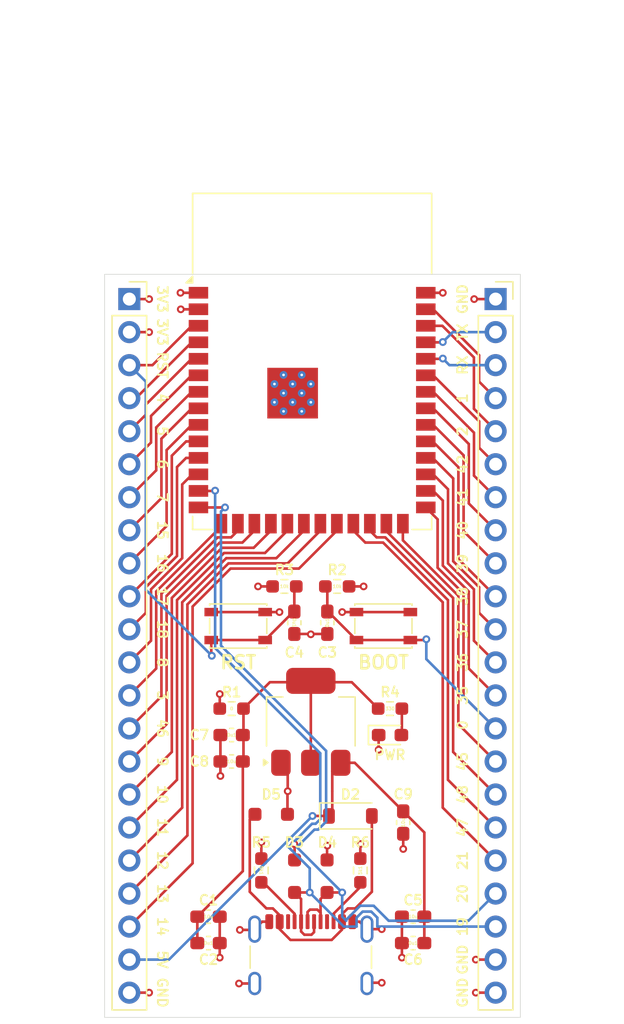
<source format=kicad_pcb>
(kicad_pcb (version 20240108) (generator "pcbnew") (generator_version "8.0")
  (layers (0 "F.Cu" signal) (1 "In1.Cu" power "GND") (2 "In2.Cu" power "PWR") (31 "B.Cu" signal) (34 "B.Paste" user) (35 "F.Paste" user) (36 "B.SilkS" user "B.Silkscreen") (37 "F.SilkS" user "F.Silkscreen") (38 "B.Mask" user) (39 "F.Mask" user) (44 "Edge.Cuts" user))
  (net 0 "")
  (net 1 "GND")
  (net 2 "VCC_3.3V")
  (net 3 "GPIO_0")
  (net 4 "CHIP_PU")
  (net 5 "VCC_5V")
  (net 6 "Net-(D1-A)")
  (net 7 "VBUS")
  (net 8 "Net-(J1-CC1)")
  (net 9 "Net-(J1-CC2)")
  (net 10 "GPIO_8")
  (net 11 "GPIO_46")
  (net 12 "GPIO_9")
  (net 13 "GPIO_16")
  (net 14 "GPIO_17")
  (net 15 "GPIO_18")
  (net 16 "GPIO_15")
  (net 17 "GPIO_10")
  (net 18 "GPIO_11")
  (net 19 "GPIO_3")
  (net 20 "GPIO_4")
  (net 21 "GPIO_7")
  (net 22 "GPIO_6")
  (net 23 "ESP_3.3V")
  (net 24 "GPIO_13")
  (net 25 "GPIO_12")
  (net 26 "GPIO_14")
  (net 27 "GPIO_5")
  (net 28 "GPIO_42")
  (net 29 "GPIO_41")
  (net 30 "GPIO_36")
  (net 31 "UART0_RX")
  (net 32 "GPIO_45")
  (net 33 "GPIO_40")
  (net 34 "GPIO_48")
  (net 35 "GPIO_35")
  (net 36 "GPIO_1")
  (net 37 "GPIO_37")
  (net 38 "GPIO_38")
  (net 39 "UART0_TX")
  (net 40 "GPIO_39")
  (net 41 "GPIO_2")
  (net 42 "GPIO_21")
  (net 43 "GPIO_47")
  (net 44 "D-")
  (net 45 "D+")
  (footprint "Resistor_SMD:R_0603_1608Metric_Pad0.98x0.95mm_HandSolder" (layer "F.Cu") (at 188.468 76.962)
    (property "Reference" "R3")
    (property "Value" "10k" (hide yes))
  )
  (footprint "Button_Switch_SMD:SW_SPST_PTS810" (layer "F.Cu") (at 184.912 80.01)
    (property "Reference" "SW2" (hide yes))
    (property "Value" "SW_Push" (hide yes))
  )
  (footprint "Button_Switch_SMD:SW_SPST_PTS810" (layer "F.Cu") (at 196.088 80.01)
    (property "Reference" "SW1" (hide yes))
    (property "Value" "SW_Push" (hide yes))
  )
  (footprint "Package_TO_SOT_SMD:SOT-223-3_TabPin2" (layer "F.Cu") (at 190.5 87.376 90)
    (property "Reference" "U2" (hide yes))
    (property "Value" "AMS1117-3.3")
  )
  (footprint "Capacitor_SMD:C_0603_1608Metric_Pad1.08x0.95mm_HandSolder" (layer "F.Cu") (at 184.404 90.424 180)
    (property "Reference" "C8")
    (property "Value" "10u" (hide yes))
  )
  (footprint "Resistor_SMD:R_0603_1608Metric_Pad0.98x0.95mm_HandSolder" (layer "F.Cu") (at 194.31 98.806 90)
    (property "Reference" "R6")
    (property "Value" "5.1k" (hide yes))
  )
  (footprint "Capacitor_SMD:C_0603_1608Metric_Pad1.08x0.95mm_HandSolder" (layer "F.Cu") (at 184.404 88.392 180)
    (property "Reference" "C7")
    (property "Value" "0.1u" (hide yes))
  )
  (footprint "RF_Module:ESP32-S3-WROOM-1" (layer "F.Cu") (at 190.6 59.636)
    (property "Reference" "U1" (hide yes))
    (property "Value" "ESP32-S3-WROOM-1")
  )
  (footprint "Resistor_SMD:R_0603_1608Metric_Pad0.98x0.95mm_HandSolder" (layer "F.Cu") (at 196.596 86.36)
    (property "Reference" "R4")
    (property "Value" "330" (hide yes))
  )
  (footprint "Capacitor_SMD:C_0603_1608Metric_Pad1.08x0.95mm_HandSolder" (layer "F.Cu") (at 182.626 102.362)
    (property "Reference" "C1")
    (property "Value" "10u" (hide yes))
  )
  (footprint "Connector_PinSocket_2.54mm:PinSocket_1x22_P2.54mm_Vertical" (layer "F.Cu") (at 176.53 54.864)
    (property "Reference" "J2" (hide yes))
    (property "Value" "Conn_01x22_Socket" (hide yes))
  )
  (footprint "Capacitor_SMD:C_0603_1608Metric_Pad1.08x0.95mm_HandSolder" (layer "F.Cu") (at 198.374 104.394 180)
    (property "Reference" "C6")
    (property "Value" "0.1u" (hide yes))
  )
  (footprint "Capacitor_SMD:C_0603_1608Metric_Pad1.08x0.95mm_HandSolder" (layer "F.Cu") (at 191.77 79.756 -90)
    (property "Reference" "C3")
    (property "Value" "0.1u" (hide yes))
  )
  (footprint "Resistor_SMD:R_0603_1608Metric_Pad0.98x0.95mm_HandSolder" (layer "F.Cu") (at 192.532 76.962 180)
    (property "Reference" "R2")
    (property "Value" "10k" (hide yes))
  )
  (footprint "Resistor_SMD:R_0603_1608Metric_Pad0.98x0.95mm_HandSolder" (layer "F.Cu") (at 186.69 98.806 -90)
    (property "Reference" "R5")
    (property "Value" "5.1k" (hide yes))
  )
  (footprint "Connector_PinSocket_2.54mm:PinSocket_1x22_P2.54mm_Vertical" (layer "F.Cu") (at 204.724 54.864)
    (property "Reference" "J3" (hide yes))
    (property "Value" "Conn_01x22_Socket" (hide yes))
  )
  (footprint "Capacitor_SMD:C_0603_1608Metric_Pad1.08x0.95mm_HandSolder" (layer "F.Cu") (at 198.374 102.362 180)
    (property "Reference" "C5")
    (property "Value" "10u" (hide yes))
  )
  (footprint "Capacitor_SMD:C_0603_1608Metric_Pad1.08x0.95mm_HandSolder" (layer "F.Cu") (at 182.626 104.394)
    (property "Reference" "C2")
    (property "Value" "0.1u" (hide yes))
  )
  (footprint "Connector_USB:USB_C_Receptacle_GCT_USB4105-xx-A_16P_TopMnt_Horizontal" (layer "F.Cu") (at 190.5 106.426)
    (property "Reference" "J1" (hide yes))
    (property "Value" "USB_C_Receptacle_USB2.0_14P" (hide yes))
  )
  (footprint "Capacitor_SMD:C_0603_1608Metric_Pad1.08x0.95mm_HandSolder" (layer "F.Cu") (at 197.612 95.123 -90)
    (property "Reference" "C9")
    (property "Value" "10u" (hide yes))
  )
  (footprint "Capacitor_SMD:C_0603_1608Metric_Pad1.08x0.95mm_HandSolder" (layer "F.Cu") (at 189.23 79.756 -90)
    (property "Reference" "C4")
    (property "Value" "0.1u" (hide yes))
  )
  (footprint "Diode_SMD:D_SOD-323_HandSoldering" (layer "F.Cu") (at 187.452 94.488 180)
    (property "Reference" "D5")
    (property "Value" "SD05_SOD323" (hide yes))
  )
  (footprint "Diode_SMD:D_SOD-323_HandSoldering" (layer "F.Cu") (at 191.75 99.25 90)
    (property "Reference" "D4")
    (property "Value" "SD05_SOD323" (hide yes))
  )
  (footprint "LED_SMD:LED_0603_1608Metric_Pad1.05x0.95mm_HandSolder" (layer "F.Cu") (at 196.596 88.392)
    (property "Reference" "D1" (hide yes))
    (property "Value" "LED" (hide yes))
  )
  (footprint "Resistor_SMD:R_0603_1608Metric_Pad0.98x0.95mm_HandSolder" (layer "F.Cu") (at 184.404 86.36 180)
    (property "Reference" "R1")
    (property "Value" "0" (hide yes))
  )
  (footprint "Diode_SMD:D_SOD-323_HandSoldering" (layer "F.Cu") (at 189.25 99.25 -90)
    (property "Reference" "D3")
    (property "Value" "SD05_SOD323" (hide yes))
  )
  (footprint "Diode_SMD:D_SOD-123" (layer "F.Cu") (at 193.548 94.615)
    (property "Reference" "D2")
    (property "Value" "1N5819" (hide yes))
  )
  (gr_rect (start 174.625 52.959) (end 206.629 110.109) (stroke (width 0.05)) (fill none) (layer "Edge.Cuts"))
  (gr_text "PWR" (at 196.596 89.916 0) (layer "F.SilkS") (effects (font (size 0.75 0.75) (thickness 0.15) (bold yes))))
  (gr_text "GND" (at 179.07 108.204 270) (layer "F.SilkS") (effects (font (size 0.75 0.75))))
  (gr_text "4" (at 179.07 62.484 270) (layer "F.SilkS") (effects (font (size 0.75 0.75))))
  (gr_text "40" (at 202.184 72.644 90) (layer "F.SilkS") (effects (font (size 0.75 0.75))))
  (gr_text "11" (at 179.07 95.504 270) (layer "F.SilkS") (effects (font (size 0.75 0.75))))
  (gr_text "42" (at 202.184 67.564 90) (layer "F.SilkS") (effects (font (size 0.75 0.75))))
  (gr_text "RX" (at 202.184 59.944 90) (layer "F.SilkS") (effects (font (size 0.75 0.75))))
  (gr_text "47" (at 202.184 95.504 90) (layer "F.SilkS") (effects (font (size 0.75 0.75))))
  (gr_text "BOOT" (at 196.088 82.804 0) (layer "F.SilkS") (effects (font (size 1 1) (thickness 0.2) (bold yes))))
  (gr_text "RST" (at 184.912 82.804 0) (layer "F.SilkS") (effects (font (size 1 1) (thickness 0.2) (bold yes))))
  (gr_text "3V3" (at 179.07 54.864 270) (layer "F.SilkS") (effects (font (size 0.75 0.75))))
  (gr_text "38" (at 202.184 77.724 90) (layer "F.SilkS") (effects (font (size 0.75 0.75))))
  (gr_text "10" (at 179.07 92.964 270) (layer "F.SilkS") (effects (font (size 0.75 0.75))))
  (gr_text "5V" (at 179.07 105.664 270) (layer "F.SilkS") (effects (font (size 0.75 0.75))))
  (gr_text "0" (at 202.184 87.63 90) (layer "F.SilkS") (effects (font (size 0.75 0.75))))
  (gr_text "GND" (at 202.184 105.664 90) (layer "F.SilkS") (effects (font (size 0.75 0.75))))
  (gr_text "9" (at 179.07 90.424 270) (layer "F.SilkS") (effects (font (size 0.75 0.75))))
  (gr_text "1" (at 202.184 62.484 90) (layer "F.SilkS") (effects (font (size 0.75 0.75))))
  (gr_text "17" (at 179.07 77.724 270) (layer "F.SilkS") (effects (font (size 0.75 0.75))))
  (gr_text "37" (at 202.184 80.264 90) (layer "F.SilkS") (effects (font (size 0.75 0.75))))
  (gr_text "8" (at 179.07 82.804 270) (layer "F.SilkS") (effects (font (size 0.75 0.75))))
  (gr_text "20" (at 202.184 100.584 90) (layer "F.SilkS") (effects (font (size 0.75 0.75))))
  (gr_text "GND" (at 202.184 54.864 90) (layer "F.SilkS") (effects (font (size 0.75 0.75))))
  (gr_text "35" (at 202.184 85.344 90) (layer "F.SilkS") (effects (font (size 0.75 0.75))))
  (gr_text "GND" (at 202.184 108.204 90) (layer "F.SilkS") (effects (font (size 0.75 0.75))))
  (gr_text "14" (at 179.07 103.124 270) (layer "F.SilkS") (effects (font (size 0.75 0.75))))
  (gr_text "3V3" (at 179.07 57.404 270) (layer "F.SilkS") (effects (font (size 0.75 0.75))))
  (gr_text "13" (at 179.07 100.584 270) (layer "F.SilkS") (effects (font (size 0.75 0.75))))
  (gr_text "TX" (at 202.184 57.404 90) (layer "F.SilkS") (effects (font (size 0.75 0.75))))
  (gr_text "45" (at 202.184 90.424 90) (layer "F.SilkS") (effects (font (size 0.75 0.75))))
  (gr_text "41" (at 202.184 70.104 90) (layer "F.SilkS") (effects (font (size 0.75 0.75))))
  (gr_text "12" (at 179.07 98.044 270) (layer "F.SilkS") (effects (font (size 0.75 0.75))))
  (gr_text "7" (at 179.07 70.104 270) (layer "F.SilkS") (effects (font (size 0.75 0.75))))
  (gr_text "3" (at 179.07 85.344 270) (layer "F.SilkS") (effects (font (size 0.75 0.75))))
  (gr_text "19" (at 202.184 103.124 90) (layer "F.SilkS") (effects (font (size 0.75 0.75))))
  (gr_text "46" (at 179.07 87.884 270) (layer "F.SilkS") (effects (font (size 0.75 0.75))))
  (gr_text "RST" (at 179.07 59.944 270) (layer "F.SilkS") (effects (font (size 0.75 0.75))))
  (gr_text "18" (at 179.07 80.264 270) (layer "F.SilkS") (effects (font (size 0.75 0.75))))
  (gr_text "48" (at 202.184 92.964 90) (layer "F.SilkS") (effects (font (size 0.75 0.75))))
  (gr_text "36" (at 202.184 82.804 90) (layer "F.SilkS") (effects (font (size 0.75 0.75))))
  (gr_text "2" (at 202.184 65.024 90) (layer "F.SilkS") (effects (font (size 0.75 0.75))))
  (gr_text "6" (at 179.07 67.564 270) (layer "F.SilkS") (effects (font (size 0.75 0.75))))
  (gr_text "5" (at 179.07 65.024 270) (layer "F.SilkS") (effects (font (size 0.75 0.75))))
  (gr_text "21" (at 202.184 98.044 90) (layer "F.SilkS") (effects (font (size 0.75 0.75))))
  (gr_text "39" (at 202.184 75.184 90) (layer "F.SilkS") (effects (font (size 0.75 0.75))))
  (gr_text "16" (at 179.07 75.184 270) (layer "F.SilkS") (effects (font (size 0.75 0.75))))
  (gr_text "15" (at 179.07 72.644 270) (layer "F.SilkS") (effects (font (size 0.75 0.75))))
  (segment (start 204.724 54.864) (end 203.073 54.864) (width 0.2) (layer "F.Cu") (net 1))
  (segment (start 188.702 92.73) (end 188.722 92.71) (width 0.2) (layer "F.Cu") (net 1))
  (segment (start 184.971 107.501) (end 186.18 107.501) (width 0.2) (layer "F.Cu") (net 1))
  (segment (start 204.724 105.664) (end 203.2 105.664) (width 0.2) (layer "F.Cu") (net 1))
  (segment (start 190.5265 80.6185) (end 191.77 80.6185) (width 0.2) (layer "F.Cu") (net 1))
  (segment (start 189.25 98) (end 189.25 96.794) (width 0.2) (layer "F.Cu") (net 1))
  (segment (start 194.013 78.935) (end 198.163 78.935) (width 0.2) (layer "F.Cu") (net 1))
  (segment (start 190.5 80.645) (end 190.5265 80.6185) (width 0.2) (layer "F.Cu") (net 1))
  (segment (start 197.5115 102.362) (end 197.5115 104.394) (width 0.2) (layer "F.Cu") (net 1))
  (segment (start 195.961 107.442) (end 194.879 107.442) (width 0.2) (layer "F.Cu") (net 1))
  (segment (start 183.4885 105.5105) (end 183.4885 104.394) (width 0.2) (layer "F.Cu") (net 1))
  (segment (start 182.837 78.935) (end 186.987 78.935) (width 0.2) (layer "F.Cu") (net 1))
  (segment (start 195.961 103.321) (end 194.82 103.321) (width 0.2) (layer "F.Cu") (net 1))
  (segment (start 188.722 92.71) (end 188.722 91.048) (width 0.2) (layer "F.Cu") (net 1))
  (segment (start 193.7 102.746) (end 194.245 102.746) (width 0.2) (layer "F.Cu") (net 1))
  (segment (start 191.75 96.921) (end 191.77 96.901) (width 0.2) (layer "F.Cu") (net 1))
  (segment (start 183.5415 91.5405) (end 183.5415 90.424) (width 0.2) (layer "F.Cu") (net 1))
  (segment (start 190.5 80.645) (end 190.4735 80.6185) (width 0.2) (layer "F.Cu") (net 1))
  (segment (start 176.53 108.204) (end 178.054 108.204) (width 0.2) (layer "F.Cu") (net 1))
  (segment (start 188.702 94.488) (end 188.702 92.73) (width 0.2) (layer "F.Cu") (net 1))
  (segment (start 189.25 96.794) (end 189.23 96.774) (width 0.2) (layer "F.Cu") (net 1))
  (segment (start 200.66 54.38) (end 199.35 54.38) (width 0.2) (layer "F.Cu") (net 1))
  (segment (start 190.4735 80.6185) (end 189.23 80.6185) (width 0.2) (layer "F.Cu") (net 1))
  (segment (start 187.3 102.746) (end 186.755 102.746) (width 0.2) (layer "F.Cu") (net 1))
  (segment (start 197.5115 105.5105) (end 197.5115 104.394) (width 0.2) (layer "F.Cu") (net 1))
  (segment (start 194.31 97.8935) (end 194.31 96.774) (width 0.2) (layer "F.Cu") (net 1))
  (segment (start 188.087 78.935) (end 186.987 78.935) (width 0.2) (layer "F.Cu") (net 1))
  (segment (start 194.245 102.746) (end 194.82 103.321) (width 0.2) (layer "F.Cu") (net 1))
  (segment (start 189.1 60.68) (end 189.1 62.1) (width 0.2) (layer "F.Cu") (net 1))
  (segment (start 183.4885 102.362) (end 183.4885 104.394) (width 0.2) (layer "F.Cu") (net 1))
  (segment (start 195.721 89.521) (end 195.721 88.392) (width 0.2) (layer "F.Cu") (net 1))
  (segment (start 188.722 91.048) (end 188.2 90.526) (width 0.2) (layer "F.Cu") (net 1))
  (segment (start 180.467 54.38) (end 181.85 54.38) (width 0.2) (layer "F.Cu") (net 1))
  (segment (start 186.123 103.378) (end 186.18 103.321) (width 0.2) (layer "F.Cu") (net 1))
  (segment (start 186.69 97.8935) (end 186.69 96.647) (width 0.2) (layer "F.Cu") (net 1))
  (segment (start 186.755 102.746) (end 186.18 103.321) (width 0.2) (layer "F.Cu") (net 1))
  (segment (start 194.879 107.442) (end 194.82 107.501) (width 0.2) (layer "F.Cu") (net 1))
  (segment (start 197.612 95.9855) (end 197.612 97.155) (width 0.2) (layer "F.Cu") (net 1))
  (segment (start 191.75 98) (end 191.75 96.921) (width 0.2) (layer "F.Cu") (net 1))
  (segment (start 192.913 78.935) (end 194.013 78.935) (width 0.2) (layer "F.Cu") (net 1))
  (segment (start 183.5415 88.392) (end 183.5415 90.424) (width 0.2) (layer "F.Cu") (net 1))
  (segment (start 185.039 103.378) (end 186.123 103.378) (width 0.2) (layer "F.Cu") (net 1))
  (segment (start 204.724 108.204) (end 203.2 108.204) (width 0.2) (layer "F.Cu") (net 1))
  (via blind (at 180.467 54.38) (size 0.6) (drill 0.3) (layers "F.Cu" "In1.Cu") (net 1))
  (via blind (at 195.961 103.321) (size 0.6) (drill 0.3) (layers "F.Cu" "In1.Cu") (net 1))
  (via blind (at 188.722 92.71) (size 0.6) (drill 0.3) (layers "F.Cu" "In1.Cu") (net 1))
  (via blind (at 190.5 80.645) (size 0.6) (drill 0.3) (layers "F.Cu" "In1.Cu") (net 1))
  (via blind (at 197.612 97.155) (size 0.6) (drill 0.3) (layers "F.Cu" "In1.Cu") (net 1))
  (via blind (at 183.4885 105.5105) (size 0.6) (drill 0.3) (layers "F.Cu" "In1.Cu") (net 1))
  (via blind (at 192.913 78.935) (size 0.6) (drill 0.3) (layers "F.Cu" "In1.Cu") (net 1))
  (via blind (at 194.31 96.774) (size 0.6) (drill 0.3) (layers "F.Cu" "In1.Cu") (net 1))
  (via blind (at 203.2 108.204) (size 0.6) (drill 0.3) (layers "F.Cu" "In1.Cu") (net 1))
  (via blind (at 186.69 96.647) (size 0.6) (drill 0.3) (layers "F.Cu" "In1.Cu") (net 1))
  (via blind (at 203.2 105.664) (size 0.6) (drill 0.3) (layers "F.Cu" "In1.Cu") (net 1))
  (via blind (at 200.66 54.38) (size 0.6) (drill 0.3) (layers "F.Cu" "In1.Cu") (net 1))
  (via blind (at 178.054 108.204) (size 0.6) (drill 0.3) (layers "F.Cu" "In1.Cu") (net 1))
  (via blind (at 189.23 96.774) (size 0.6) (drill 0.3) (layers "F.Cu" "In1.Cu") (net 1))
  (via blind (at 203.073 54.864) (size 0.6) (drill 0.3) (layers "F.Cu" "In1.Cu") (net 1))
  (via blind (at 185.039 103.378) (size 0.6) (drill 0.3) (layers "F.Cu" "In1.Cu") (net 1))
  (via blind (at 188.087 78.935) (size 0.6) (drill 0.3) (layers "F.Cu" "In1.Cu") (net 1))
  (via blind (at 197.5115 105.5105) (size 0.6) (drill 0.3) (layers "F.Cu" "In1.Cu") (net 1))
  (via blind (at 191.77 96.901) (size 0.6) (drill 0.3) (layers "F.Cu" "In1.Cu") (net 1))
  (via blind (at 195.961 107.442) (size 0.6) (drill 0.3) (layers "F.Cu" "In1.Cu") (net 1))
  (via blind (at 184.971 107.501) (size 0.6) (drill 0.3) (layers "F.Cu" "In1.Cu") (net 1))
  (via blind (at 183.5415 91.5405) (size 0.6) (drill 0.3) (layers "F.Cu" "In1.Cu") (net 1))
  (via blind (at 195.721 89.521) (size 0.6) (drill 0.3) (layers "F.Cu" "In1.Cu") (net 1))
  (segment (start 185.2665 98.859) (end 185.2665 90.424) (width 0.2) (layer "F.Cu") (net 2))
  (segment (start 181.7635 102.362) (end 185.2665 98.859) (width 0.2) (layer "F.Cu") (net 2))
  (segment (start 185.3165 90.374) (end 185.2665 90.424) (width 0.2) (layer "F.Cu") (net 2))
  (segment (start 190.602 84.328) (end 190.5 84.226) (width 0.2) (layer "F.Cu") (net 2))
  (segment (start 190.398 84.328) (end 190.5 84.226) (width 0.2) (layer "F.Cu") (net 2))
  (segment (start 185.3165 86.36) (end 185.3165 90.374) (width 0.2) (layer "F.Cu") (net 2))
  (segment (start 185.3165 86.36) (end 187.3485 84.328) (width 0.2) (layer "F.Cu") (net 2))
  (segment (start 190.5 90.526) (end 190.5 84.226) (width 0.2) (layer "F.Cu") (net 2))
  (segment (start 195.6835 86.36) (end 193.6515 84.328) (width 0.2) (layer "F.Cu") (net 2))
  (segment (start 181.7635 102.362) (end 181.7635 104.394) (width 0.2) (layer "F.Cu") (net 2))
  (segment (start 187.3485 84.328) (end 190.398 84.328) (width 0.2) (layer "F.Cu") (net 2))
  (segment (start 193.6515 84.328) (end 190.602 84.328) (width 0.2) (layer "F.Cu") (net 2))
  (segment (start 202.254 85.414) (end 204.724 87.884) (width 0.2) (layer "F.Cu") (net 3))
  (segment (start 200.26 75.522744) (end 202.254 77.516744) (width 0.2) (layer "F.Cu") (net 3))
  (segment (start 191.77 78.8935) (end 191.77 77.1125) (width 0.2) (layer "F.Cu") (net 3))
  (segment (start 199.331 81.085) (end 199.39 81.026) (width 0.2) (layer "F.Cu") (net 3))
  (segment (start 198.163 81.085) (end 199.331 81.085) (width 0.2) (layer "F.Cu") (net 3))
  (segment (start 191.8215 78.8935) (end 194.013 81.085) (width 0.2) (layer "F.Cu") (net 3))
  (segment (start 194.013 81.085) (end 198.163 81.085) (width 0.2) (layer "F.Cu") (net 3))
  (segment (start 202.254 77.516744) (end 202.254 85.414) (width 0.2) (layer "F.Cu") (net 3))
  (segment (start 191.77 77.1125) (end 191.6195 76.962) (width 0.2) (layer "F.Cu") (net 3))
  (segment (start 199.35 70.89) (end 200.26 71.8) (width 0.2) (layer "F.Cu") (net 3))
  (segment (start 200.26 71.8) (end 200.26 75.522744) (width 0.2) (layer "F.Cu") (net 3))
  (segment (start 191.77 78.8935) (end 191.8215 78.8935) (width 0.2) (layer "F.Cu") (net 3))
  (via (at 199.39 81.026) (size 0.6) (drill 0.3) (layers "F.Cu" "B.Cu") (net 3))
  (segment (start 199.39 81.026) (end 199.39 82.55) (width 0.2) (layer "B.Cu") (net 3))
  (segment (start 199.39 82.55) (end 204.724 87.884) (width 0.2) (layer "B.Cu") (net 3))
  (segment (start 178.308 59.944) (end 176.53 59.944) (width 0.2) (layer "F.Cu") (net 4))
  (segment (start 189.23 77.1125) (end 189.3805 76.962) (width 0.2) (layer "F.Cu") (net 4))
  (segment (start 182.837 82.253) (end 182.88 82.296) (width 0.2) (layer "F.Cu") (net 4))
  (segment (start 189.23 78.8935) (end 189.23 77.1125) (width 0.2) (layer "F.Cu") (net 4))
  (segment (start 181.332 56.92) (end 178.308 59.944) (width 0.2) (layer "F.Cu") (net 4))
  (segment (start 189.23 78.8935) (end 189.1785 78.8935) (width 0.2) (layer "F.Cu") (net 4))
  (segment (start 181.85 56.92) (end 181.332 56.92) (width 0.2) (layer "F.Cu") (net 4))
  (segment (start 189.1785 78.8935) (end 186.987 81.085) (width 0.2) (layer "F.Cu") (net 4))
  (segment (start 186.987 81.085) (end 182.837 81.085) (width 0.2) (layer "F.Cu") (net 4))
  (segment (start 182.837 81.085) (end 182.837 82.253) (width 0.2) (layer "F.Cu") (net 4))
  (via (at 182.88 82.296) (size 0.6) (drill 0.3) (layers "F.Cu" "B.Cu") (net 4))
  (segment (start 177.8 77.216) (end 177.8 61.214) (width 0.2) (layer "B.Cu") (net 4))
  (segment (start 182.88 82.296) (end 177.8 77.216) (width 0.2) (layer "B.Cu") (net 4))
  (segment (start 177.8 61.214) (end 176.53 59.944) (width 0.2) (layer "B.Cu") (net 4))
  (segment (start 192.8 90.526) (end 193.8775 90.526) (width 0.2) (layer "F.Cu") (net 5))
  (segment (start 192.151 94.362) (end 192.151 92.71) (width 0.2) (layer "F.Cu") (net 5))
  (segment (start 193.167 90.893) (end 192.8 90.526) (width 0.2) (layer "F.Cu") (net 5))
  (segment (start 191.898 94.615) (end 190.627 94.615) (width 0.2) (layer "F.Cu") (net 5))
  (segment (start 197.612 94.2605) (end 199.2365 95.885) (width 0.2) (layer "F.Cu") (net 5))
  (segment (start 192.151 92.71) (end 192.151 91.175) (width 0.2) (layer "F.Cu") (net 5))
  (segment (start 193.8775 90.526) (end 197.612 94.2605) (width 0.2) (layer "F.Cu") (net 5))
  (segment (start 199.2365 104.394) (end 199.2365 102.362) (width 0.2) (layer "F.Cu") (net 5))
  (segment (start 199.2365 95.885) (end 199.2365 102.362) (width 0.2) (layer "F.Cu") (net 5))
  (segment (start 191.898 94.615) (end 192.151 94.362) (width 0.2) (layer "F.Cu") (net 5))
  (segment (start 192.151 91.175) (end 192.8 90.526) (width 0.2) (layer "F.Cu") (net 5))
  (via (at 190.627 94.615) (size 0.6) (drill 0.3) (layers "F.Cu" "B.Cu") (net 5))
  (segment (start 190.627 94.615) (end 179.578 105.664) (width 0.2) (layer "B.Cu") (net 5))
  (segment (start 179.578 105.664) (end 176.53 105.664) (width 0.2) (layer "B.Cu") (net 5))
  (segment (start 197.5085 88.3545) (end 197.471 88.392) (width 0.2) (layer "F.Cu") (net 6))
  (segment (start 197.5085 86.36) (end 197.5085 88.3545) (width 0.2) (layer "F.Cu") (net 6))
  (segment (start 192.9 102.171001) (end 192.9 102.746) (width 0.2) (layer "F.Cu") (net 7))
  (segment (start 188.929001 104.15) (end 192.106406 104.15) (width 0.2) (layer "F.Cu") (net 7))
  (segment (start 187.081 101.727) (end 187.579 101.727) (width 0.2) (layer "F.Cu") (net 7))
  (segment (start 188.1 103.320999) (end 188.929001 104.15) (width 0.2) (layer "F.Cu") (net 7))
  (segment (start 195.199 100.447) (end 193.919 101.727) (width 0.2) (layer "F.Cu") (net 7))
  (segment (start 193.919 101.727) (end 193.344001 101.727) (width 0.2) (layer "F.Cu") (net 7))
  (segment (start 192.9 103.356406) (end 192.9 102.746) (width 0.2) (layer "F.Cu") (net 7))
  (segment (start 193.344001 101.727) (end 192.9 102.171001) (width 0.2) (layer "F.Cu") (net 7))
  (segment (start 188.1 102.746) (end 188.1 103.320999) (width 0.2) (layer "F.Cu") (net 7))
  (segment (start 192.106406 104.15) (end 192.9 103.356406) (width 0.2) (layer "F.Cu") (net 7))
  (segment (start 185.801 94.889) (end 185.801 100.447) (width 0.2) (layer "F.Cu") (net 7))
  (segment (start 188.1 102.248) (end 188.1 102.746) (width 0.2) (layer "F.Cu") (net 7))
  (segment (start 195.198 94.234) (end 195.199 94.235) (width 0.2) (layer "F.Cu") (net 7))
  (segment (start 187.579 101.727) (end 188.1 102.248) (width 0.2) (layer "F.Cu") (net 7))
  (segment (start 195.199 94.235) (end 195.199 100.447) (width 0.2) (layer "F.Cu") (net 7))
  (segment (start 185.801 100.447) (end 187.081 101.727) (width 0.2) (layer "F.Cu") (net 7))
  (segment (start 186.202 94.488) (end 185.801 94.889) (width 0.2) (layer "F.Cu") (net 7))
  (segment (start 186.82991 99.7185) (end 189.25 102.13859) (width 0.2) (layer "F.Cu") (net 8))
  (segment (start 186.69 99.7185) (end 186.82991 99.7185) (width 0.2) (layer "F.Cu") (net 8))
  (segment (start 189.25 102.13859) (end 189.25 102.746) (width 0.2) (layer "F.Cu") (net 8))
  (segment (start 194.31 99.7185) (end 194.31 100.076) (width 0.2) (layer "F.Cu") (net 9))
  (segment (start 192.25 102.136) (end 192.25 102.746) (width 0.2) (layer "F.Cu") (net 9))
  (segment (start 194.31 100.076) (end 192.25 102.136) (width 0.2) (layer "F.Cu") (net 9))
  (segment (start 181.368 68.35) (end 180.6 69.118) (width 0.2) (layer "F.Cu") (net 10))
  (segment (start 178.2 81.134) (end 176.53 82.804) (width 0.2) (layer "F.Cu") (net 10))
  (segment (start 180.6 69.118) (end 180.6 74.785372) (width 0.2) (layer "F.Cu") (net 10))
  (segment (start 180.6 74.785372) (end 178.2 77.185372) (width 0.2) (layer "F.Cu") (net 10))
  (segment (start 181.85 68.35) (end 181.368 68.35) (width 0.2) (layer "F.Cu") (net 10))
  (segment (start 178.2 77.185372) (end 178.2 81.134) (width 0.2) (layer "F.Cu") (net 10))
  (segment (start 184.885 72.14) (end 184.885 72.67) (width 0.2) (layer "F.Cu") (net 11))
  (segment (start 179 85.414) (end 176.53 87.884) (width 0.2) (layer "F.Cu") (net 11))
  (segment (start 184.365 73.19) (end 183.326744 73.19) (width 0.2) (layer "F.Cu") (net 11))
  (segment (start 184.885 72.67) (end 184.365 73.19) (width 0.2) (layer "F.Cu") (net 11))
  (segment (start 179 77.516744) (end 179 85.414) (width 0.2) (layer "F.Cu") (net 11))
  (segment (start 183.326744 73.19) (end 179 77.516744) (width 0.2) (layer "F.Cu") (net 11))
  (segment (start 186.155 72.14) (end 186.155 72.67) (width 0.2) (layer "F.Cu") (net 12))
  (segment (start 186.155 72.67) (end 185.235 73.59) (width 0.2) (layer "F.Cu") (net 12))
  (segment (start 183.49243 73.59) (end 179.4 77.68243) (width 0.2) (layer "F.Cu") (net 12))
  (segment (start 179.4 77.68243) (end 179.4 87.554) (width 0.2) (layer "F.Cu") (net 12))
  (segment (start 185.235 73.59) (end 183.49243 73.59) (width 0.2) (layer "F.Cu") (net 12))
  (segment (start 179.4 87.554) (end 176.53 90.424) (width 0.2) (layer "F.Cu") (net 12))
  (segment (start 179.4 72.314) (end 176.53 75.184) (width 0.2) (layer "F.Cu") (net 13))
  (segment (start 181.332 64.54) (end 179.4 66.472) (width 0.2) (layer "F.Cu") (net 13))
  (segment (start 181.85 64.54) (end 181.332 64.54) (width 0.2) (layer "F.Cu") (net 13))
  (segment (start 179.4 66.472) (end 179.4 72.314) (width 0.2) (layer "F.Cu") (net 13))
  (segment (start 179.8 74.454) (end 176.53 77.724) (width 0.2) (layer "F.Cu") (net 14))
  (segment (start 179.8 66.91) (end 179.8 74.454) (width 0.2) (layer "F.Cu") (net 14))
  (segment (start 181.85 65.81) (end 180.9 65.81) (width 0.2) (layer "F.Cu") (net 14))
  (segment (start 180.9 65.81) (end 179.8 66.91) (width 0.2) (layer "F.Cu") (net 14))
  (segment (start 181.85 67.08) (end 180.9 67.08) (width 0.2) (layer "F.Cu") (net 15))
  (segment (start 180.2 67.78) (end 180.2 74.619686) (width 0.2) (layer "F.Cu") (net 15))
  (segment (start 177.8 78.994) (end 176.53 80.264) (width 0.2) (layer "F.Cu") (net 15))
  (segment (start 177.8 77.019686) (end 177.8 78.994) (width 0.2) (layer "F.Cu") (net 15))
  (segment (start 180.9 67.08) (end 180.2 67.78) (width 0.2) (layer "F.Cu") (net 15))
  (segment (start 180.2 74.619686) (end 177.8 77.019686) (width 0.2) (layer "F.Cu") (net 15))
  (segment (start 179 70.174) (end 176.53 72.644) (width 0.2) (layer "F.Cu") (net 16))
  (segment (start 179 65.602) (end 179 70.174) (width 0.2) (layer "F.Cu") (net 16))
  (segment (start 181.332 63.27) (end 179 65.602) (width 0.2) (layer "F.Cu") (net 16))
  (segment (start 181.85 63.27) (end 181.332 63.27) (width 0.2) (layer "F.Cu") (net 16))
  (segment (start 183.658116 73.99) (end 179.8 77.848116) (width 0.2) (layer "F.Cu") (net 17))
  (segment (start 179.8 89.694) (end 176.53 92.964) (width 0.2) (layer "F.Cu") (net 17))
  (segment (start 187.425 72.14) (end 187.425 72.67) (width 0.2) (layer "F.Cu") (net 17))
  (segment (start 179.8 77.848116) (end 179.8 89.694) (width 0.2) (layer "F.Cu") (net 17))
  (segment (start 187.425 72.67) (end 186.105 73.99) (width 0.2) (layer "F.Cu") (net 17))
  (segment (start 186.105 73.99) (end 183.658116 73.99) (width 0.2) (layer "F.Cu") (net 17))
  (segment (start 183.823802 74.39) (end 180.2 78.013802) (width 0.2) (layer "F.Cu") (net 18))
  (segment (start 186.975 74.39) (end 183.823802 74.39) (width 0.2) (layer "F.Cu") (net 18))
  (segment (start 180.2 78.013802) (end 180.2 91.834) (width 0.2) (layer "F.Cu") (net 18))
  (segment (start 180.2 91.834) (end 176.53 95.504) (width 0.2) (layer "F.Cu") (net 18))
  (segment (start 188.695 72.14) (end 188.695 72.67) (width 0.2) (layer "F.Cu") (net 18))
  (segment (start 188.695 72.67) (end 186.975 74.39) (width 0.2) (layer "F.Cu") (net 18))
  (segment (start 183.615 72.336058) (end 178.6 77.351058) (width 0.2) (layer "F.Cu") (net 19))
  (segment (start 178.6 77.351058) (end 178.6 83.274) (width 0.2) (layer "F.Cu") (net 19))
  (segment (start 178.6 83.274) (end 176.53 85.344) (width 0.2) (layer "F.Cu") (net 19))
  (segment (start 183.615 72.14) (end 183.615 72.336058) (width 0.2) (layer "F.Cu") (net 19))
  (segment (start 181.85 58.19) (end 181.332 58.19) (width 0.2) (layer "F.Cu") (net 20))
  (segment (start 181.332 58.19) (end 177.038 62.484) (width 0.2) (layer "F.Cu") (net 20))
  (segment (start 177.038 62.484) (end 176.53 62.484) (width 0.2) (layer "F.Cu") (net 20))
  (segment (start 178.6 68.034) (end 176.53 70.104) (width 0.2) (layer "F.Cu") (net 21))
  (segment (start 178.6 64.732) (end 178.6 68.034) (width 0.2) (layer "F.Cu") (net 21))
  (segment (start 181.332 62) (end 178.6 64.732) (width 0.2) (layer "F.Cu") (net 21))
  (segment (start 181.85 62) (end 181.332 62) (width 0.2) (layer "F.Cu") (net 21))
  (segment (start 181.32 60.73) (end 178.2 63.85) (width 0.2) (layer "F.Cu") (net 22))
  (segment (start 178.2 65.894) (end 176.53 67.564) (width 0.2) (layer "F.Cu") (net 22))
  (segment (start 181.85 60.73) (end 181.32 60.73) (width 0.2) (layer "F.Cu") (net 22))
  (segment (start 178.2 63.85) (end 178.2 65.894) (width 0.2) (layer "F.Cu") (net 22))
  (segment (start 178.054 57.404) (end 176.53 57.404) (width 0.2) (layer "F.Cu") (net 23))
  (segment (start 180.491 55.65) (end 181.85 55.65) (width 0.2) (layer "F.Cu") (net 23))
  (segment (start 176.53 54.864) (end 178.054 54.864) (width 0.2) (layer "F.Cu") (net 23))
  (segment (start 183.4915 85.2405) (end 183.4915 86.36) (width 0.2) (layer "F.Cu") (net 23))
  (segment (start 187.5555 76.962) (end 186.436 76.962) (width 0.2) (layer "F.Cu") (net 23))
  (segment (start 193.4445 76.962) (end 194.564 76.962) (width 0.2) (layer "F.Cu") (net 23))
  (via blind (at 186.436 76.962) (size 0.6) (drill 0.3) (layers "F.Cu" "In2.Cu") (net 23))
  (via blind (at 178.054 57.404) (size 0.6) (drill 0.3) (layers "F.Cu" "In2.Cu") (net 23))
  (via blind (at 194.564 76.962) (size 0.6) (drill 0.3) (layers "F.Cu" "In2.Cu") (net 23))
  (via blind (at 180.491 55.65) (size 0.6) (drill 0.3) (layers "F.Cu" "In2.Cu") (net 23))
  (via blind (at 178.054 54.864) (size 0.6) (drill 0.3) (layers "F.Cu" "In2.Cu") (net 23))
  (via blind (at 183.4915 85.2405) (size 0.6) (drill 0.3) (layers "F.Cu" "In2.Cu") (net 23))
  (segment (start 191.235 72.67) (end 188.715 75.19) (width 0.2) (layer "F.Cu") (net 24))
  (segment (start 184.155174 75.19) (end 181 78.345174) (width 0.2) (layer "F.Cu") (net 24))
  (segment (start 191.235 72.14) (end 191.235 72.67) (width 0.2) (layer "F.Cu") (net 24))
  (segment (start 181 96.114) (end 176.53 100.584) (width 0.2) (layer "F.Cu") (net 24))
  (segment (start 181 78.345174) (end 181 96.114) (width 0.2) (layer "F.Cu") (net 24))
  (segment (start 188.715 75.19) (end 184.155174 75.19) (width 0.2) (layer "F.Cu") (net 24))
  (segment (start 189.965 72.67) (end 187.845 74.79) (width 0.2) (layer "F.Cu") (net 25))
  (segment (start 187.845 74.79) (end 183.989488 74.79) (width 0.2) (layer "F.Cu") (net 25))
  (segment (start 183.989488 74.79) (end 180.6 78.179488) (width 0.2) (layer "F.Cu") (net 25))
  (segment (start 180.6 93.974) (end 176.53 98.044) (width 0.2) (layer "F.Cu") (net 25))
  (segment (start 189.965 72.14) (end 189.965 72.67) (width 0.2) (layer "F.Cu") (net 25))
  (segment (start 180.6 78.179488) (end 180.6 93.974) (width 0.2) (layer "F.Cu") (net 25))
  (segment (start 192.505 72.14) (end 192.505 72.67) (width 0.2) (layer "F.Cu") (net 26))
  (segment (start 192.505 72.67) (end 189.585 75.59) (width 0.2) (layer "F.Cu") (net 26))
  (segment (start 181.4 78.51086) (end 181.4 98.254) (width 0.2) (layer "F.Cu") (net 26))
  (segment (start 181.4 98.254) (end 176.53 103.124) (width 0.2) (layer "F.Cu") (net 26))
  (segment (start 184.32086 75.59) (end 181.4 78.51086) (width 0.2) (layer "F.Cu") (net 26))
  (segment (start 189.585 75.59) (end 184.32086 75.59) (width 0.2) (layer "F.Cu") (net 26))
  (segment (start 181.32 59.46) (end 177.8 62.98) (width 0.2) (layer "F.Cu") (net 27))
  (segment (start 181.85 59.46) (end 181.32 59.46) (width 0.2) (layer "F.Cu") (net 27))
  (segment (start 177.8 63.754) (end 176.53 65.024) (width 0.2) (layer "F.Cu") (net 27))
  (segment (start 177.8 62.98) (end 177.8 63.754) (width 0.2) (layer "F.Cu") (net 27))
  (segment (start 199.35 60.73) (end 199.922 60.73) (width 0.2) (layer "F.Cu") (net 28))
  (segment (start 199.922 60.73) (end 203.46 64.268) (width 0.2) (layer "F.Cu") (net 28))
  (segment (start 203.46 66.3) (end 204.724 67.564) (width 0.2) (layer "F.Cu") (net 28))
  (segment (start 203.46 64.268) (end 203.46 66.3) (width 0.2) (layer "F.Cu") (net 28))
  (segment (start 203.06 65.138) (end 203.06 68.44) (width 0.2) (layer "F.Cu") (net 29))
  (segment (start 199.35 62) (end 199.922 62) (width 0.2) (layer "F.Cu") (net 29))
  (segment (start 199.922 62) (end 203.06 65.138) (width 0.2) (layer "F.Cu") (net 29))
  (segment (start 203.06 68.44) (end 204.724 70.104) (width 0.2) (layer "F.Cu") (net 29))
  (segment (start 199.35 68.35) (end 199.922 68.35) (width 0.2) (layer "F.Cu") (net 30))
  (segment (start 203.054 81.134) (end 204.724 82.804) (width 0.2) (layer "F.Cu") (net 30))
  (segment (start 201.06 75.191372) (end 203.054 77.185372) (width 0.2) (layer "F.Cu") (net 30))
  (segment (start 203.054 77.185372) (end 203.054 81.134) (width 0.2) (layer "F.Cu") (net 30))
  (segment (start 199.922 68.35) (end 201.06 69.488) (width 0.2) (layer "F.Cu") (net 30))
  (segment (start 201.06 69.488) (end 201.06 75.191372) (width 0.2) (layer "F.Cu") (net 30))
  (segment (start 200.636 59.46) (end 200.66 59.436) (width 0.2) (layer "F.Cu") (net 31))
  (segment (start 199.35 59.46) (end 200.636 59.46) (width 0.2) (layer "F.Cu") (net 31))
  (via (at 200.66 59.436) (size 0.6) (drill 0.3) (layers "F.Cu" "B.Cu") (net 31))
  (segment (start 200.66 59.436) (end 201.168 59.944) (width 0.2) (layer "B.Cu") (net 31))
  (segment (start 201.168 59.944) (end 204.724 59.944) (width 0.2) (layer "B.Cu") (net 31))
  (segment (start 201.854 87.554) (end 204.724 90.424) (width 0.2) (layer "F.Cu") (net 32))
  (segment (start 197.585 73.41343) (end 201.854 77.68243) (width 0.2) (layer "F.Cu") (net 32))
  (segment (start 201.854 77.68243) (end 201.854 87.554) (width 0.2) (layer "F.Cu") (net 32))
  (segment (start 197.585 72.14) (end 197.585 73.41343) (width 0.2) (layer "F.Cu") (net 32))
  (segment (start 199.35 63.27) (end 199.922 63.27) (width 0.2) (layer "F.Cu") (net 33))
  (segment (start 199.922 63.27) (end 202.66 66.008) (width 0.2) (layer "F.Cu") (net 33))
  (segment (start 202.66 70.58) (end 204.724 72.644) (width 0.2) (layer "F.Cu") (net 33))
  (segment (start 202.66 66.008) (end 202.66 70.58) (width 0.2) (layer "F.Cu") (net 33))
  (segment (start 196.315 72.14) (end 196.315 72.709116) (width 0.2) (layer "F.Cu") (net 34))
  (segment (start 201.454 89.694) (end 204.724 92.964) (width 0.2) (layer "F.Cu") (net 34))
  (segment (start 196.315 72.709116) (end 201.454 77.848116) (width 0.2) (layer "F.Cu") (net 34))
  (segment (start 201.454 77.848116) (end 201.454 89.694) (width 0.2) (layer "F.Cu") (net 34))
  (segment (start 202.654 77.351058) (end 202.654 83.274) (width 0.2) (layer "F.Cu") (net 35))
  (segment (start 199.922 69.62) (end 200.66 70.358) (width 0.2) (layer "F.Cu") (net 35))
  (segment (start 200.66 75.357058) (end 202.654 77.351058) (width 0.2) (layer "F.Cu") (net 35))
  (segment (start 200.66 70.358) (end 200.66 75.357058) (width 0.2) (layer "F.Cu") (net 35))
  (segment (start 199.35 69.62) (end 199.922 69.62) (width 0.2) (layer "F.Cu") (net 35))
  (segment (start 202.654 83.274) (end 204.724 85.344) (width 0.2) (layer "F.Cu") (net 35))
  (segment (start 199.922 55.65) (end 203.454 59.182) (width 0.2) (layer "F.Cu") (net 36))
  (segment (start 203.454 59.182) (end 203.454 61.214) (width 0.2) (layer "F.Cu") (net 36))
  (segment (start 203.454 61.214) (end 204.724 62.484) (width 0.2) (layer "F.Cu") (net 36))
  (segment (start 199.35 55.65) (end 199.922 55.65) (width 0.2) (layer "F.Cu") (net 36))
  (segment (start 203.454 78.994) (end 204.724 80.264) (width 0.2) (layer "F.Cu") (net 37))
  (segment (start 203.454 77.019686) (end 203.454 78.994) (width 0.2) (layer "F.Cu") (net 37))
  (segment (start 201.46 68.66) (end 201.46 75.025686) (width 0.2) (layer "F.Cu") (net 37))
  (segment (start 199.35 67.08) (end 199.88 67.08) (width 0.2) (layer "F.Cu") (net 37))
  (segment (start 201.46 75.025686) (end 203.454 77.019686) (width 0.2) (layer "F.Cu") (net 37))
  (segment (start 199.88 67.08) (end 201.46 68.66) (width 0.2) (layer "F.Cu") (net 37))
  (segment (start 201.86 74.86) (end 204.724 77.724) (width 0.2) (layer "F.Cu") (net 38))
  (segment (start 201.86 67.79) (end 201.86 74.86) (width 0.2) (layer "F.Cu") (net 38))
  (segment (start 199.88 65.81) (end 201.86 67.79) (width 0.2) (layer "F.Cu") (net 38))
  (segment (start 199.35 65.81) (end 199.88 65.81) (width 0.2) (layer "F.Cu") (net 38))
  (segment (start 200.636 58.19) (end 200.66 58.166) (width 0.2) (layer "F.Cu") (net 39))
  (segment (start 199.35 58.19) (end 200.636 58.19) (width 0.2) (layer "F.Cu") (net 39))
  (via (at 200.66 58.166) (size 0.6) (drill 0.3) (layers "F.Cu" "B.Cu") (net 39))
  (segment (start 200.66 58.166) (end 201.422 57.404) (width 0.2) (layer "B.Cu") (net 39))
  (segment (start 201.422 57.404) (end 204.724 57.404) (width 0.2) (layer "B.Cu") (net 39))
  (segment (start 202.26 66.878) (end 202.26 72.72) (width 0.2) (layer "F.Cu") (net 40))
  (segment (start 202.26 72.72) (end 204.724 75.184) (width 0.2) (layer "F.Cu") (net 40))
  (segment (start 199.922 64.54) (end 202.26 66.878) (width 0.2) (layer "F.Cu") (net 40))
  (segment (start 199.35 64.54) (end 199.922 64.54) (width 0.2) (layer "F.Cu") (net 40))
  (segment (start 204.724 64.966314) (end 204.724 65.024) (width 0.2) (layer "F.Cu") (net 41))
  (segment (start 200.626314 56.92) (end 203.054 59.347686) (width 0.2) (layer "F.Cu") (net 41))
  (segment (start 203.054 63.296314) (end 204.724 64.966314) (width 0.2) (layer "F.Cu") (net 41))
  (segment (start 203.054 59.347686) (end 203.054 63.296314) (width 0.2) (layer "F.Cu") (net 41))
  (segment (start 199.35 56.92) (end 200.626314 56.92) (width 0.2) (layer "F.Cu") (net 41))
  (segment (start 193.775 72.67) (end 194.695 73.59) (width 0.2) (layer "F.Cu") (net 42))
  (segment (start 200.654 78.179488) (end 200.654 93.974) (width 0.2) (layer "F.Cu") (net 42))
  (segment (start 193.775 72.14) (end 193.775 72.67) (width 0.2) (layer "F.Cu") (net 42))
  (segment (start 194.695 73.59) (end 196.064512 73.59) (width 0.2) (layer "F.Cu") (net 42))
  (segment (start 200.654 93.974) (end 204.724 98.044) (width 0.2) (layer "F.Cu") (net 42))
  (segment (start 196.064512 73.59) (end 200.654 78.179488) (width 0.2) (layer "F.Cu") (net 42))
  (segment (start 201.054 78.013802) (end 201.054 91.834) (width 0.2) (layer "F.Cu") (net 43))
  (segment (start 195.045 72.67) (end 195.565 73.19) (width 0.2) (layer "F.Cu") (net 43))
  (segment (start 195.045 72.14) (end 195.045 72.67) (width 0.2) (layer "F.Cu") (net 43))
  (segment (start 201.054 91.834) (end 204.724 95.504) (width 0.2) (layer "F.Cu") (net 43))
  (segment (start 196.230198 73.19) (end 201.054 78.013802) (width 0.2) (layer "F.Cu") (net 43))
  (segment (start 195.565 73.19) (end 196.230198 73.19) (width 0.2) (layer "F.Cu") (net 43))
  (segment (start 189.25 100.5) (end 189.75 101) (width 0.2) (layer "F.Cu") (net 44))
  (segment (start 189.75 101) (end 189.75 102.746) (width 0.2) (layer "F.Cu") (net 44))
  (segment (start 190.416 100.5) (end 189.25 100.5) (width 0.2) (layer "F.Cu") (net 44))
  (segment (start 183.11 69.62) (end 183.134 69.596) (width 0.2) (layer "F.Cu") (net 44))
  (segment (start 190.551705 103.75) (end 190.75 103.551705) (width 0.2) (layer "F.Cu") (net 44))
  (segment (start 181.85 69.62) (end 183.11 69.62) (width 0.2) (layer "F.Cu") (net 44))
  (segment (start 190 103.75) (end 190.551705 103.75) (width 0.2) (layer "F.Cu") (net 44))
  (segment (start 190.75 103.551705) (end 190.75 102.746) (width 0.2) (layer "F.Cu") (net 44))
  (segment (start 189.75 103.5) (end 190 103.75) (width 0.2) (layer "F.Cu") (net 44))
  (segment (start 189.75 102.746) (end 189.75 103.5) (width 0.2) (layer "F.Cu") (net 44))
  (via (at 190.416 100.5) (size 0.6) (drill 0.3) (layers "F.Cu" "B.Cu") (net 44))
  (via (at 183.134 69.596) (size 0.6) (drill 0.3) (layers "F.Cu" "B.Cu") (net 44))
  (segment (start 191.227 94.863529) (end 190.875529 95.215) (width 0.2) (layer "B.Cu") (net 44))
  (segment (start 183.134 81.701471) (end 191.227 89.794471) (width 0.2) (layer "B.Cu") (net 44))
  (segment (start 190.416 98.639397) (end 190.416 100.5) (width 0.2) (layer "B.Cu") (net 44))
  (segment (start 193.04 103.124) (end 194.02 103.124) (width 0.2) (layer "B.Cu") (net 44))
  (segment (start 194.488629 101.971) (end 195.151371 101.971) (width 0.2) (layer "B.Cu") (net 44))
  (segment (start 194.02 103.124) (end 194.02 102.439629) (width 0.2) (layer "B.Cu") (net 44))
  (segment (start 190.875529 95.215) (end 190.592686 95.215) (width 0.2) (layer "B.Cu") (net 44))
  (segment (start 194.02 102.439629) (end 194.488629 101.971) (width 0.2) (layer "B.Cu") (net 44))
  (segment (start 190.592686 95.215) (end 188.792145 97.015542) (width 0.2) (layer "B.Cu") (net 44))
  (segment (start 188.792145 97.015542) (end 190.416 98.639397) (width 0.2) (layer "B.Cu") (net 44))
  (segment (start 190.416 100.5) (end 193.04 103.124) (width 0.2) (layer "B.Cu") (net 44))
  (segment (start 195.62 103.124) (end 204.724 103.124) (width 0.2) (layer "B.Cu") (net 44))
  (segment (start 191.227 89.794471) (end 191.227 94.863529) (width 0.2) (layer "B.Cu") (net 44))
  (segment (start 183.134 69.596) (end 183.134 81.701471) (width 0.2) (layer "B.Cu") (net 44))
  (segment (start 195.62 102.439629) (end 195.62 103.124) (width 0.2) (layer "B.Cu") (net 44))
  (segment (start 195.151371 101.971) (end 195.62 102.439629) (width 0.2) (layer "B.Cu") (net 44))
  (segment (start 191.25 102.069295) (end 191.25 102.746) (width 0.2) (layer "F.Cu") (net 45))
  (segment (start 192.913 100.5) (end 191.75 100.5) (width 0.2) (layer "F.Cu") (net 45))
  (segment (start 190.25 102) (end 190.430705 101.819295) (width 0.2) (layer "F.Cu") (net 45))
  (segment (start 183.891998 70.89) (end 181.85 70.89) (width 0.2) (layer "F.Cu") (net 45))
  (segment (start 190.430705 101.819295) (end 191 101.819295) (width 0.2) (layer "F.Cu") (net 45))
  (segment (start 190.25 102.746) (end 190.25 102) (width 0.2) (layer "F.Cu") (net 45))
  (segment (start 191.25 101) (end 191.75 100.5) (width 0.2) (layer "F.Cu") (net 45))
  (segment (start 191.25 102.746) (end 191.25 101) (width 0.2) (layer "F.Cu") (net 45))
  (segment (start 183.896 70.885998) (end 183.891998 70.89) (width 0.2) (layer "F.Cu") (net 45))
  (segment (start 191 101.819295) (end 191.25 102.069295) (width 0.2) (layer "F.Cu") (net 45))
  (via (at 183.896 70.885998) (size 0.6) (drill 0.3) (layers "F.Cu" "B.Cu") (net 45))
  (via (at 192.913 100.5) (size 0.6) (drill 0.3) (layers "F.Cu" "B.Cu") (net 45))
  (segment (start 191.061917 95.66498) (end 190.779074 95.66498) (width 0.2) (layer "B.Cu") (net 45))
  (segment (start 192.913 102.360603) (end 193.226396 102.673999) (width 0.2) (layer "B.Cu") (net 45))
  (segment (start 195.337759 101.52102) (end 196.490738 102.673999) (width 0.2) (layer "B.Cu") (net 45))
  (segment (start 202.634001 102.673999) (end 204.724 100.584) (width 0.2) (layer "B.Cu") (net 45))
  (segment (start 190.779074 95.66498) (end 189.428527 97.015527) (width 0.2) (layer "B.Cu") (net 45))
  (segment (start 183.584001 81.515104) (end 191.67698 89.608083) (width 0.2) (layer "B.Cu") (net 45))
  (segment (start 196.490738 102.673999) (end 202.634001 102.673999) (width 0.2) (layer "B.Cu") (net 45))
  (segment (start 193.226396 102.673999) (end 193.226396 102.596865) (width 0.2) (layer "B.Cu") (net 45))
  (segment (start 193.226396 102.596865) (end 194.302241 101.52102) (width 0.2) (layer "B.Cu") (net 45))
  (segment (start 194.302241 101.52102) (end 195.337759 101.52102) (width 0.2) (layer "B.Cu") (net 45))
  (segment (start 183.584001 71.197997) (end 183.584001 81.515104) (width 0.2) (layer "B.Cu") (net 45))
  (segment (start 189.428527 97.015527) (end 192.913 100.5) (width 0.2) (layer "B.Cu") (net 45))
  (segment (start 191.67698 89.608083) (end 191.67698 95.049917) (width 0.2) (layer "B.Cu") (net 45))
  (segment (start 192.913 100.5) (end 192.913 102.360603) (width 0.2) (layer "B.Cu") (net 45))
  (segment (start 183.896 70.885998) (end 183.584001 71.197997) (width 0.2) (layer "B.Cu") (net 45))
  (segment (start 191.67698 95.049917) (end 191.061917 95.66498) (width 0.2) (layer "B.Cu") (net 45))
)
</source>
